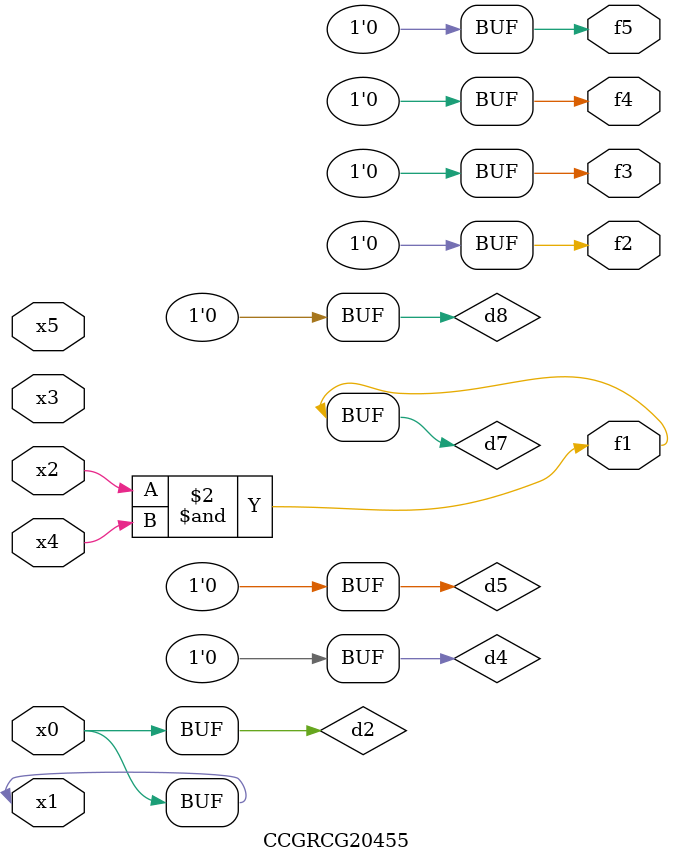
<source format=v>
module CCGRCG20455(
	input x0, x1, x2, x3, x4, x5,
	output f1, f2, f3, f4, f5
);

	wire d1, d2, d3, d4, d5, d6, d7, d8, d9;

	nand (d1, x1);
	buf (d2, x0, x1);
	nand (d3, x2, x4);
	and (d4, d1, d2);
	and (d5, d1, d2);
	nand (d6, d1, d3);
	not (d7, d3);
	xor (d8, d5);
	nor (d9, d5, d6);
	assign f1 = d7;
	assign f2 = d8;
	assign f3 = d8;
	assign f4 = d8;
	assign f5 = d8;
endmodule

</source>
